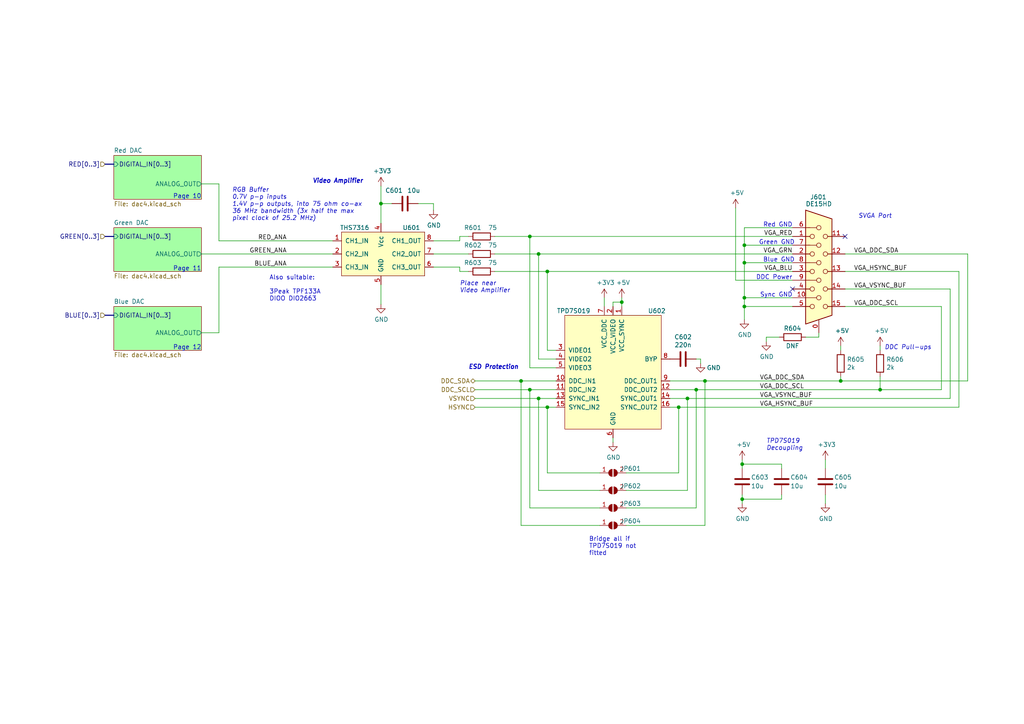
<source format=kicad_sch>
(kicad_sch (version 20211123) (generator eeschema)
  (paper "A4")
  (title_block (date "${date}") (rev "[Uncontrolled]") (company "https://neotron-compute.github.io/") (comment 1 "Licenced as CC BY-SA") (comment 2 "Copyright (c) The Neotron Developers, 2022"))
  (lib_symbols
    (symbol "Connector:DB15_Female_HighDensity_MountingHoles" (pin_names (offset 1.016) hide)
      (property "Reference" "J" (at 0 21.59 0))
      (property "Value" "DB15_Female_HighDensity_MountingHoles" (at 0 19.05 0))
      (symbol "DB15_Female_HighDensity_MountingHoles_0_1"
        (circle (center -1.905 -10.16) (radius 0.635))
        (circle (center -1.905 -5.08) (radius 0.635))
        (circle (center -1.905 0) (radius 0.635))
        (circle (center -1.905 5.08) (radius 0.635))
        (circle (center -1.905 10.16) (radius 0.635))
        (circle (center 0 -7.62) (radius 0.635))
        (circle (center 0 -2.54) (radius 0.635))
        (polyline (pts (xy -3.175 7.62) (xy -0.635 7.62)))
        (polyline (pts (xy -0.635 -7.62) (xy -3.175 -7.62)))
        (polyline (pts (xy -0.635 -2.54) (xy -3.175 -2.54)))
        (polyline (pts (xy -0.635 2.54) (xy -3.175 2.54)))
        (polyline (pts (xy -0.635 12.7) (xy -3.175 12.7)))
        (polyline (pts (xy -3.81 17.78) (xy -3.81 -15.24) (xy 3.81 -12.7) (xy 3.81 15.24) (xy -3.81 17.78)) (stroke (width 0.254)) (fill (type background)))
        (circle (center 0 2.54) (radius 0.635))
        (circle (center 0 7.62) (radius 0.635))
        (circle (center 0 12.7) (radius 0.635))
        (circle (center 1.905 -10.16) (radius 0.635))
        (circle (center 1.905 -5.08) (radius 0.635))
        (circle (center 1.905 0) (radius 0.635))
        (circle (center 1.905 5.08) (radius 0.635))
        (circle (center 1.905 10.16) (radius 0.635))
      )
      (symbol "DB15_Female_HighDensity_MountingHoles_1_1"
        (pin passive line (at 0 -17.78 90) (length 3.81) (name "~") (number "0"))
        (pin passive line (at -7.62 10.16 0) (length 5.08) (name "~") (number "1"))
        (pin passive line (at -7.62 -7.62 0) (length 5.08) (name "~") (number "10"))
        (pin passive line (at 7.62 10.16 180) (length 5.08) (name "~") (number "11"))
        (pin passive line (at 7.62 5.08 180) (length 5.08) (name "~") (number "12"))
        (pin passive line (at 7.62 0 180) (length 5.08) (name "~") (number "13"))
        (pin passive line (at 7.62 -5.08 180) (length 5.08) (name "~") (number "14"))
        (pin passive line (at 7.62 -10.16 180) (length 5.08) (name "~") (number "15"))
        (pin passive line (at -7.62 5.08 0) (length 5.08) (name "~") (number "2"))
        (pin passive line (at -7.62 0 0) (length 5.08) (name "~") (number "3"))
        (pin passive line (at -7.62 -5.08 0) (length 5.08) (name "~") (number "4"))
        (pin passive line (at -7.62 -10.16 0) (length 5.08) (name "~") (number "5"))
        (pin passive line (at -7.62 12.7 0) (length 5.08) (name "~") (number "6"))
        (pin passive line (at -7.62 7.62 0) (length 5.08) (name "~") (number "7"))
        (pin passive line (at -7.62 2.54 0) (length 5.08) (name "~") (number "8"))
        (pin passive line (at -7.62 -2.54 0) (length 5.08) (name "~") (number "9"))
      )
    )
    (symbol "Device:C" (pin_numbers hide) (pin_names (offset 0.254))
      (property "Reference" "C" (at 0.635 2.54 0))
      (property "Value" "C" (at 0.635 -2.54 0))
      (symbol "C_0_1"
        (polyline (pts (xy -2.032 -0.762) (xy 2.032 -0.762)) (stroke (width 0.508)))
        (polyline (pts (xy -2.032 0.762) (xy 2.032 0.762)) (stroke (width 0.508)))
      )
      (symbol "C_1_1"
        (pin passive line (at 0 3.81 270) (length 2.794) (name "~") (number "1"))
        (pin passive line (at 0 -3.81 90) (length 2.794) (name "~") (number "2"))
      )
    )
    (symbol "Device:R" (pin_numbers hide) (pin_names (offset 0))
      (property "Reference" "R" (at 2.032 0 90))
      (property "Value" "R" (at 0 0 90))
      (symbol "R_0_1"
        (rectangle (start -1.016 -2.54) (end 1.016 2.54) (stroke (width 0.254)))
      )
      (symbol "R_1_1"
        (pin passive line (at 0 3.81 270) (length 1.27) (name "~") (number "1"))
        (pin passive line (at 0 -3.81 90) (length 1.27) (name "~") (number "2"))
      )
    )
    (symbol "Jumper:SolderJumper_2_Open" (pin_names (offset 0) hide)
      (property "Reference" "JP" (at 0 2.032 0))
      (property "Value" "SolderJumper_2_Open" (at 0 -2.54 0))
      (symbol "SolderJumper_2_Open_0_1"
        (arc (start -0.254 1.016) (mid -1.27 0) (end -0.254 -1.016))
        (arc (start -0.254 1.016) (mid -1.27 0) (end -0.254 -1.016) (fill (type outline)))
        (polyline (pts (xy -0.254 1.016) (xy -0.254 -1.016)))
        (polyline (pts (xy 0.254 1.016) (xy 0.254 -1.016)))
        (arc (start 0.254 -1.016) (mid 1.27 0) (end 0.254 1.016))
        (arc (start 0.254 -1.016) (mid 1.27 0) (end 0.254 1.016) (fill (type outline)))
      )
      (symbol "SolderJumper_2_Open_1_1"
        (pin passive line (at -3.81 0 0) (length 2.54) (name "A") (number "1"))
        (pin passive line (at 3.81 0 180) (length 2.54) (name "B") (number "2"))
      )
    )
    (symbol "Neotron-Common-Hardware:TPD7S019" (pin_names (offset 1.016))
      (property "Reference" "U" (at 13.97 16.51 0))
      (property "Value" "TPD7S019" (at -10.16 16.51 0))
      (symbol "TPD7S019_0_0"
        (pin power_in line (at 2.54 17.78 270) (length 2.54) (name "VCC_SYNC") (number "1"))
        (pin bidirectional line (at -16.51 -3.81 0) (length 2.54) (name "DDC_IN1") (number "10"))
        (pin bidirectional line (at -16.51 -6.35 0) (length 2.54) (name "DDC_IN2") (number "11"))
        (pin bidirectional line (at 16.51 -6.35 180) (length 2.54) (name "DDC_OUT2") (number "12"))
        (pin input line (at -16.51 -8.89 0) (length 2.54) (name "SYNC_IN1") (number "13"))
        (pin output line (at 16.51 -8.89 180) (length 2.54) (name "SYNC_OUT1") (number "14"))
        (pin input line (at -16.51 -11.43 0) (length 2.54) (name "SYNC_IN2") (number "15"))
        (pin output line (at 16.51 -11.43 180) (length 2.54) (name "SYNC_OUT2") (number "16"))
        (pin power_in line (at 0 17.78 270) (length 2.54) (name "VCC_VIDEO") (number "2"))
        (pin input line (at -16.51 5.08 0) (length 2.54) (name "VIDEO1") (number "3"))
        (pin input line (at -16.51 2.54 0) (length 2.54) (name "VIDEO2") (number "4"))
        (pin input line (at -16.51 0 0) (length 2.54) (name "VIDEO3") (number "5"))
        (pin power_in line (at 0 -20.32 90) (length 2.54) (name "GND") (number "6"))
        (pin power_in line (at -2.54 17.78 270) (length 2.54) (name "VCC_DDC") (number "7"))
        (pin power_out line (at 16.51 2.54 180) (length 2.54) (name "BYP") (number "8"))
        (pin bidirectional line (at 16.51 -3.81 180) (length 2.54) (name "DDC_OUT1") (number "9"))
      )
      (symbol "TPD7S019_0_1"
        (rectangle (start -13.97 15.24) (end 13.97 -17.78) (fill (type background)))
      )
    )
    (symbol "Neotron-Common-Hardware:TPF133A" (pin_names (offset 1.016))
      (property "Reference" "U" (at 8.89 7.62 0))
      (property "Value" "TPF133A" (at -15.24 7.62 0))
      (symbol "TPF133A_0_0"
        (pin input line (at -17.78 3.81 0) (length 2.54) (name "CH1_IN") (number "1"))
        (pin input line (at -17.78 0 0) (length 2.54) (name "CH2_IN") (number "2"))
        (pin input line (at -17.78 -3.81 0) (length 2.54) (name "CH3_IN") (number "3"))
        (pin power_in line (at -3.81 8.89 270) (length 2.54) (name "Vcc") (number "4"))
        (pin power_in line (at -3.81 -8.89 90) (length 2.54) (name "GND") (number "5"))
        (pin output line (at 11.43 -3.81 180) (length 2.54) (name "CH3_OUT") (number "6"))
        (pin output line (at 11.43 0 180) (length 2.54) (name "CH2_OUT") (number "7"))
        (pin output line (at 11.43 3.81 180) (length 2.54) (name "CH1_OUT") (number "8"))
      )
      (symbol "TPF133A_0_1"
        (rectangle (start 8.89 -6.35) (end -15.24 6.35) (fill (type background)))
      )
    )
    (symbol "power:+3V3" (power) (pin_names (offset 0))
      (property "Value" "+3V3" (at 0 3.556 0))
      (symbol "+3V3_0_1"
        (polyline (pts (xy -0.762 1.27) (xy 0 2.54)))
        (polyline (pts (xy 0 0) (xy 0 2.54)))
        (polyline (pts (xy 0 2.54) (xy 0.762 1.27)))
      )
      (symbol "+3V3_1_1"
        (pin power_in line (at 0 0 90) (length 0) hide (name "+3V3") (number "1"))
      )
    )
    (symbol "power:+5V" (power) (pin_names (offset 0))
      (property "Value" "+5V" (at 0 3.556 0))
      (symbol "+5V_0_1"
        (polyline (pts (xy -0.762 1.27) (xy 0 2.54)))
        (polyline (pts (xy 0 0) (xy 0 2.54)))
        (polyline (pts (xy 0 2.54) (xy 0.762 1.27)))
      )
      (symbol "+5V_1_1"
        (pin power_in line (at 0 0 90) (length 0) hide (name "+5V") (number "1"))
      )
    )
    (symbol "power:GND" (power) (pin_names (offset 0))
      (property "Value" "GND" (at 0 -3.81 0))
      (symbol "GND_0_1"
        (polyline (pts (xy 0 0) (xy 0 -1.27) (xy 1.27 -1.27) (xy 0 -2.54) (xy -1.27 -1.27) (xy 0 -1.27)))
      )
      (symbol "GND_1_1"
        (pin power_in line (at 0 0 270) (length 0) hide (name "GND") (number "1"))
      )
    )
  )
  (junction (at 215.9 86.36))
  (junction (at 255.27 113.03))
  (junction (at 243.84 110.49))
  (junction (at 110.49 59.055))
  (junction (at 156.21 73.66))
  (junction (at 196.85 118.11))
  (junction (at 201.93 113.03))
  (junction (at 199.39 115.57))
  (junction (at 215.265 134.62))
  (junction (at 151.13 110.49))
  (junction (at 215.9 76.2))
  (junction (at 153.67 113.03))
  (junction (at 156.21 115.57))
  (junction (at 215.265 144.78))
  (junction (at 158.75 78.74))
  (junction (at 180.34 87.63))
  (junction (at 215.9 71.12))
  (junction (at 158.75 118.11))
  (junction (at 204.47 110.49))
  (junction (at 215.9 88.9))
  (junction (at 153.67 68.58))
  (no_connect (at 229.87 83.82))
  (no_connect (at 245.11 68.58))
  (wire (pts (xy 158.75 78.74) (xy 229.87 78.74)))
  (wire (pts (xy 215.265 144.78) (xy 215.265 146.05)))
  (wire (pts (xy 58.42 96.52) (xy 63.5 96.52)))
  (wire (pts (xy 245.11 73.66) (xy 280.67 73.66)))
  (wire (pts (xy 156.21 104.14) (xy 161.29 104.14)))
  (wire (pts (xy 156.21 73.66) (xy 156.21 104.14)))
  (wire (pts (xy 222.25 99.06) (xy 222.25 97.79)))
  (wire (pts (xy 229.87 86.36) (xy 215.9 86.36)))
  (bus (pts (xy 30.48 68.58) (xy 33.02 68.58)))
  (wire (pts (xy 151.13 110.49) (xy 161.29 110.49)))
  (wire (pts (xy 156.21 142.24) (xy 173.99 142.24)))
  (wire (pts (xy 237.49 96.52) (xy 237.49 97.79)))
  (wire (pts (xy 143.51 78.74) (xy 158.75 78.74)))
  (wire (pts (xy 161.29 106.68) (xy 153.67 106.68)))
  (wire (pts (xy 222.25 97.79) (xy 226.06 97.79)))
  (wire (pts (xy 181.61 142.24) (xy 199.39 142.24)))
  (wire (pts (xy 215.9 66.04) (xy 229.87 66.04)))
  (wire (pts (xy 215.265 143.51) (xy 215.265 144.78)))
  (wire (pts (xy 243.84 109.22) (xy 243.84 110.49)))
  (wire (pts (xy 151.13 110.49) (xy 151.13 152.4)))
  (wire (pts (xy 173.99 137.16) (xy 158.75 137.16)))
  (wire (pts (xy 201.93 104.14) (xy 203.2 104.14)))
  (wire (pts (xy 275.59 83.82) (xy 275.59 115.57)))
  (wire (pts (xy 180.34 88.9) (xy 180.34 87.63)))
  (wire (pts (xy 239.395 135.89) (xy 239.395 133.35)))
  (wire (pts (xy 215.9 76.2) (xy 215.9 86.36)))
  (wire (pts (xy 137.795 113.03) (xy 153.67 113.03)))
  (wire (pts (xy 125.73 59.055) (xy 125.73 60.96)))
  (bus (pts (xy 30.48 47.625) (xy 33.02 47.625)))
  (wire (pts (xy 63.5 53.34) (xy 63.5 69.85)))
  (wire (pts (xy 153.67 68.58) (xy 229.87 68.58)))
  (wire (pts (xy 273.05 88.9) (xy 245.11 88.9)))
  (wire (pts (xy 63.5 69.85) (xy 96.52 69.85)))
  (wire (pts (xy 215.9 88.9) (xy 229.87 88.9)))
  (wire (pts (xy 181.61 152.4) (xy 204.47 152.4)))
  (wire (pts (xy 204.47 110.49) (xy 194.31 110.49)))
  (wire (pts (xy 215.9 76.2) (xy 229.87 76.2)))
  (wire (pts (xy 194.31 113.03) (xy 201.93 113.03)))
  (wire (pts (xy 215.9 66.04) (xy 215.9 71.12)))
  (wire (pts (xy 133.35 68.58) (xy 135.89 68.58)))
  (wire (pts (xy 158.75 137.16) (xy 158.75 118.11)))
  (wire (pts (xy 151.13 152.4) (xy 173.99 152.4)))
  (wire (pts (xy 133.35 68.58) (xy 133.35 69.85)))
  (wire (pts (xy 137.795 110.49) (xy 151.13 110.49)))
  (wire (pts (xy 243.84 110.49) (xy 280.67 110.49)))
  (wire (pts (xy 110.49 82.55) (xy 110.49 88.265)))
  (wire (pts (xy 125.73 73.66) (xy 135.89 73.66)))
  (wire (pts (xy 194.31 118.11) (xy 196.85 118.11)))
  (wire (pts (xy 215.9 88.9) (xy 215.9 92.71)))
  (wire (pts (xy 180.34 87.63) (xy 177.8 87.63)))
  (wire (pts (xy 233.68 97.79) (xy 237.49 97.79)))
  (wire (pts (xy 196.85 118.11) (xy 278.13 118.11)))
  (wire (pts (xy 137.795 118.11) (xy 158.75 118.11)))
  (wire (pts (xy 226.695 135.89) (xy 226.695 134.62)))
  (wire (pts (xy 177.8 127) (xy 177.8 128.27)))
  (wire (pts (xy 156.21 115.57) (xy 156.21 142.24)))
  (wire (pts (xy 215.9 86.36) (xy 215.9 88.9)))
  (wire (pts (xy 243.84 100.33) (xy 243.84 101.6)))
  (wire (pts (xy 278.13 118.11) (xy 278.13 78.74)))
  (wire (pts (xy 181.61 137.16) (xy 196.85 137.16)))
  (wire (pts (xy 215.9 71.12) (xy 215.9 76.2)))
  (wire (pts (xy 199.39 115.57) (xy 275.59 115.57)))
  (wire (pts (xy 239.395 146.05) (xy 239.395 143.51)))
  (wire (pts (xy 58.42 73.66) (xy 96.52 73.66)))
  (wire (pts (xy 158.75 101.6) (xy 158.75 78.74)))
  (wire (pts (xy 226.695 134.62) (xy 215.265 134.62)))
  (wire (pts (xy 280.67 73.66) (xy 280.67 110.49)))
  (wire (pts (xy 175.26 86.36) (xy 175.26 88.9)))
  (wire (pts (xy 203.2 104.14) (xy 203.2 105.41)))
  (wire (pts (xy 125.73 69.85) (xy 133.35 69.85)))
  (wire (pts (xy 177.8 87.63) (xy 177.8 88.9)))
  (wire (pts (xy 121.285 59.055) (xy 125.73 59.055)))
  (wire (pts (xy 226.695 144.78) (xy 226.695 143.51)))
  (wire (pts (xy 278.13 78.74) (xy 245.11 78.74)))
  (wire (pts (xy 215.265 144.78) (xy 226.695 144.78)))
  (wire (pts (xy 196.85 137.16) (xy 196.85 118.11)))
  (wire (pts (xy 110.49 53.975) (xy 110.49 59.055)))
  (wire (pts (xy 158.75 118.11) (xy 161.29 118.11)))
  (wire (pts (xy 204.47 110.49) (xy 243.84 110.49)))
  (wire (pts (xy 133.35 77.47) (xy 133.35 78.74)))
  (wire (pts (xy 63.5 77.47) (xy 63.5 96.52)))
  (wire (pts (xy 180.34 87.63) (xy 180.34 86.36)))
  (wire (pts (xy 215.265 133.35) (xy 215.265 134.62)))
  (wire (pts (xy 181.61 147.32) (xy 201.93 147.32)))
  (wire (pts (xy 153.67 147.32) (xy 153.67 113.03)))
  (wire (pts (xy 125.73 77.47) (xy 133.35 77.47)))
  (wire (pts (xy 201.93 113.03) (xy 255.27 113.03)))
  (wire (pts (xy 143.51 68.58) (xy 153.67 68.58)))
  (wire (pts (xy 255.27 109.22) (xy 255.27 113.03)))
  (wire (pts (xy 135.89 78.74) (xy 133.35 78.74)))
  (wire (pts (xy 245.11 83.82) (xy 275.59 83.82)))
  (wire (pts (xy 213.36 60.325) (xy 213.36 81.28)))
  (wire (pts (xy 215.9 71.12) (xy 229.87 71.12)))
  (wire (pts (xy 156.21 73.66) (xy 229.87 73.66)))
  (wire (pts (xy 63.5 77.47) (xy 96.52 77.47)))
  (wire (pts (xy 153.67 113.03) (xy 161.29 113.03)))
  (wire (pts (xy 255.27 100.33) (xy 255.27 101.6)))
  (wire (pts (xy 58.42 53.34) (xy 63.5 53.34)))
  (wire (pts (xy 137.795 115.57) (xy 156.21 115.57)))
  (wire (pts (xy 110.49 59.055) (xy 113.665 59.055)))
  (wire (pts (xy 199.39 142.24) (xy 199.39 115.57)))
  (wire (pts (xy 215.265 134.62) (xy 215.265 135.89)))
  (bus (pts (xy 30.48 91.44) (xy 33.02 91.44)))
  (wire (pts (xy 173.99 147.32) (xy 153.67 147.32)))
  (wire (pts (xy 204.47 152.4) (xy 204.47 110.49)))
  (wire (pts (xy 199.39 115.57) (xy 194.31 115.57)))
  (wire (pts (xy 255.27 113.03) (xy 273.05 113.03)))
  (wire (pts (xy 201.93 147.32) (xy 201.93 113.03)))
  (wire (pts (xy 213.36 81.28) (xy 229.87 81.28)))
  (wire (pts (xy 161.29 101.6) (xy 158.75 101.6)))
  (wire (pts (xy 161.29 115.57) (xy 156.21 115.57)))
  (wire (pts (xy 153.67 68.58) (xy 153.67 106.68)))
  (wire (pts (xy 273.05 113.03) (xy 273.05 88.9)))
  (wire (pts (xy 143.51 73.66) (xy 156.21 73.66)))
  (wire (pts (xy 110.49 59.055) (xy 110.49 64.77)))
  (text "Place near\nVideo Amplifier" (at 133.35 85.09 0) (effects (font (size 1.27 1.27) italic) (justify left bottom)))
  (text "Green GND" (at 230.505 71.12 180) (effects (font (size 1.27 1.27)) (justify right bottom)))
  (text "Also suitable:\n\n3Peak TPF133A\nDIOO DIO2663\n\n" (at 78.105 89.535 0) (effects (font (size 1.27 1.27)) (justify left bottom)))
  (text "ESD Protection" (at 150.495 107.315 180) (effects (font (size 1.27 1.27) (thickness 0.254) bold italic) (justify right bottom)))
  (text "Red GND" (at 229.87 66.04 180) (effects (font (size 1.27 1.27)) (justify right bottom)))
  (text "Blue GND" (at 230.505 76.2 180) (effects (font (size 1.27 1.27)) (justify right bottom)))
  (text "DDC Power" (at 229.87 81.28 180) (effects (font (size 1.27 1.27)) (justify right bottom)))
  (text "Page 10" (at 58.42 57.785 180) (effects (font (size 1.27 1.27)) (justify right bottom)))
  (text "DDC Pull-ups" (at 256.54 101.6 0) (effects (font (size 1.27 1.27) italic) (justify left bottom)))
  (text "SVGA Port" (at 248.92 63.5 0) (effects (font (size 1.27 1.27) italic) (justify left bottom)))
  (text "RGB Buffer\n0.7V p-p inputs\n1.4V p-p outputs, into 75 ohm co-ax\n36 MHz bandwidth (3x half the max\npixel clock of 25.2 MHz)" (at 67.31 64.135 0) (effects (font (size 1.27 1.27) italic) (justify left bottom)))
  (text "Sync GND" (at 229.87 86.36 180) (effects (font (size 1.27 1.27)) (justify right bottom)))
  (text "Page 11" (at 58.42 78.74 180) (effects (font (size 1.27 1.27)) (justify right bottom)))
  (text "Video Amplifier" (at 105.41 53.34 180) (effects (font (size 1.27 1.27) (thickness 0.254) bold italic) (justify right bottom)))
  (text "Bridge all if\nTPD7S019 not\nfitted" (at 170.815 161.29 0) (effects (font (size 1.27 1.27)) (justify left bottom)))
  (text "TPD7S019\nDecoupling" (at 222.25 130.81 0) (effects (font (size 1.27 1.27) italic) (justify left bottom)))
  (text "Page 12" (at 58.42 101.6 180) (effects (font (size 1.27 1.27)) (justify right bottom)))
  (label "VGA_HSYNC_BUF" (at 247.65 78.74 0))
  (label "VGA_BLU" (at 229.87 78.74 180))
  (label "VGA_VSYNC_BUF" (at 220.345 115.57 0))
  (label "VGA_DDC_SDA" (at 247.65 73.66 0))
  (label "VGA_VSYNC_BUF" (at 247.65 83.82 0))
  (label "VGA_GRN" (at 229.87 73.66 180))
  (label "BLUE_ANA" (at 83.185 77.47 180))
  (label "VGA_DDC_SDA" (at 220.345 110.49 0))
  (label "VGA_HSYNC_BUF" (at 220.345 118.11 0))
  (label "GREEN_ANA" (at 83.185 73.66 180))
  (label "VGA_DDC_SCL" (at 220.345 113.03 0))
  (label "RED_ANA" (at 83.185 69.85 180))
  (label "VGA_RED" (at 229.87 68.58 180))
  (label "VGA_DDC_SCL" (at 247.65 88.9 0))
  (hierarchical_label "GREEN[0..3]" (shape input) (at 30.48 68.58 180))
  (hierarchical_label "RED[0..3]" (shape input) (at 30.48 47.625 180))
  (hierarchical_label "DDC_SCL" (shape input) (at 137.795 113.03 180))
  (hierarchical_label "BLUE[0..3]" (shape input) (at 30.48 91.44 180))
  (hierarchical_label "DDC_SDA" (shape bidirectional) (at 137.795 110.49 180))
  (hierarchical_label "HSYNC" (shape input) (at 137.795 118.11 180))
  (hierarchical_label "VSYNC" (shape input) (at 137.795 115.57 180))
  (symbol (lib_id "Neotron-Common-Hardware:TPD7S019") (at 177.8 106.68 0) (unit 1)
    (property "Reference" "U602" (at 190.5 90.17 0))
    (property "Value" "TPD7S019" (at 166.37 90.17 0))
    (property "Footprint" "Package_SO:SSOP-16_3.9x4.9mm_P0.635mm" (effects hide))
    (property "Manufacturer" "Texas Instruments" (effects hide))
    (property "MPN" "TPD7S019-15DBQR" (effects hide))
    (property "DNP" "0" (effects hide))
    (property "LCSC Part#" "C337499" (effects hide))
    (property "JLCPCB Collection" "Extended" (effects hide))
  )
  (symbol (lib_id "Neotron-Common-Hardware:TPF133A") (at 114.3 73.66 0) (unit 1)
    (property "Reference" "U601" (at 121.92 66.04 0) (effects (justify right)))
    (property "Value" "THS7316" (at 102.87 66.04 0))
    (property "Footprint" "Package_SO:SOIC-8_3.9x4.9mm_P1.27mm" (effects hide))
    (property "Datasheet" "https://www.ti.com/cn/lit/gpn/ths7316" (effects hide))
    (property "Manufacturer" "Texas Instruments" (effects hide))
    (property "DNP" "0" (effects hide))
    (property "MPN" "THS7316" (effects hide))
    (property "LCSC Part#" "C544774" (effects hide))
    (property "JLCPCB Collection" "Extended" (effects hide))
  )
  (symbol (lib_id "power:+5V") (at 243.84 100.33 0) (unit 1)
    (property "Reference" "#PWR0615" (effects hide))
    (property "Value" "+5V" (at 244.221 95.9358 0))
  )
  (symbol (lib_id "power:+5V") (at 255.27 100.33 0) (unit 1)
    (property "Reference" "#PWR0616" (effects hide))
    (property "Value" "+5V" (at 255.651 95.9358 0))
  )
  (symbol (lib_id "power:+5V") (at 180.34 86.36 0) (unit 1)
    (property "Reference" "#PWR0606" (effects hide))
    (property "Value" "+5V" (at 180.721 81.9658 0))
  )
  (symbol (lib_id "power:+3V3") (at 175.26 86.36 0) (unit 1)
    (property "Reference" "#PWR0604" (effects hide))
    (property "Value" "+3V3" (at 175.641 81.9658 0))
  )
  (symbol (lib_id "power:+5V") (at 215.265 133.35 0) (unit 1)
    (property "Reference" "#PWR0609" (effects hide))
    (property "Value" "+5V" (at 215.646 128.9558 0))
  )
  (symbol (lib_id "power:+3V3") (at 110.49 53.975 0) (unit 1)
    (property "Reference" "#PWR0601" (effects hide))
    (property "Value" "+3V3" (at 110.871 49.5808 0))
  )
  (symbol (lib_id "power:GND") (at 125.73 60.96 0) (unit 1)
    (property "Reference" "#PWR0603" (effects hide))
    (property "Value" "GND" (at 125.857 65.3542 0))
  )
  (symbol (lib_id "Device:C") (at 117.475 59.055 90) (mirror x) (unit 1)
    (property "Reference" "C601" (at 116.84 55.245 90) (effects (justify left)))
    (property "Value" "10u" (at 118.11 55.245 90) (effects (justify right)))
    (property "Footprint" "Capacitor_SMD:C_0805_2012Metric_Pad1.18x1.45mm_HandSolder" (effects hide))
    (property "DNP" "0" (effects hide))
    (property "MPN" "CL21A106KAYNNNE" (effects hide))
    (property "Manufacturer" "Samsung" (effects hide))
    (property "LCSC Part#" "C15850" (effects hide))
    (property "Tolerance" "X5R" (effects hide))
    (property "Voltage" "25V" (effects hide))
    (property "JLCPCB Collection" "Basic" (effects hide))
  )
  (symbol (lib_id "power:GND") (at 177.8 128.27 0) (unit 1)
    (property "Reference" "#PWR0605" (effects hide))
    (property "Value" "GND" (at 177.927 132.6642 0))
  )
  (symbol (lib_id "Device:R") (at 229.87 97.79 90) (unit 1)
    (property "Reference" "R604" (at 229.87 95.25 90))
    (property "Value" "DNF" (at 229.87 100.33 90))
    (property "Footprint" "Resistor_SMD:R_0805_2012Metric_Pad1.20x1.40mm_HandSolder" (effects hide))
    (property "DNP" "1" (effects hide))
  )
  (symbol (lib_id "power:GND") (at 222.25 99.06 0) (unit 1)
    (property "Reference" "#PWR0612" (effects hide))
    (property "Value" "GND" (at 222.377 103.4542 0))
  )
  (symbol (lib_id "Connector:DB15_Female_HighDensity_MountingHoles") (at 237.49 78.74 0) (unit 1)
    (property "Reference" "J601" (at 234.95 57.15 0) (effects (justify left)))
    (property "Value" "DE15HD" (at 237.49 58.42 0) (effects (justify top)))
    (property "Footprint" "Neotron-Common-Hardware:Amphenol_ICD15S13E4GV00LF" (effects hide))
    (property "DNP" "0" (effects hide))
    (property "Digikey" "609-5180-ND‎" (effects hide))
    (property "MPN" "ICD15S13E4GV00LF" (effects hide))
    (property "Manufacturer" "Amphenol" (effects hide))
    (property "Mouser" "649-ICD15S13E4GV00LF" (effects hide))
  )
  (symbol (lib_id "power:GND") (at 215.9 92.71 0) (unit 1)
    (property "Reference" "#PWR0611" (effects hide))
    (property "Value" "GND" (at 216.027 97.1042 0))
  )
  (symbol (lib_id "Device:R") (at 139.7 68.58 270) (unit 1)
    (property "Reference" "R601" (at 139.7 66.04 90) (effects (justify right)))
    (property "Value" "75" (at 142.875 66.04 90))
    (property "Footprint" "Resistor_SMD:R_0805_2012Metric_Pad1.20x1.40mm_HandSolder" (effects hide))
    (property "DNP" "0" (effects hide))
    (property "MPN" "0805W8F750JT5E" (effects hide))
    (property "Manufacturer" "Uniroyal" (effects hide))
    (property "LCSC Part#" "C20638" (effects hide))
    (property "Tolerance" "1%" (effects hide))
    (property "JLCPCB Collection" "Basic" (effects hide))
  )
  (symbol (lib_id "Device:R") (at 139.7 73.66 270) (unit 1)
    (property "Reference" "R602" (at 139.7 71.12 90) (effects (justify right)))
    (property "Value" "75" (at 142.875 71.12 90))
    (property "Footprint" "Resistor_SMD:R_0805_2012Metric_Pad1.20x1.40mm_HandSolder" (effects hide))
    (property "DNP" "0" (effects hide))
    (property "MPN" "0805W8F750JT5E" (effects hide))
    (property "Manufacturer" "Uniroyal" (effects hide))
    (property "LCSC Part#" "C20638" (effects hide))
    (property "Tolerance" "1%" (effects hide))
    (property "JLCPCB Collection" "Basic" (effects hide))
  )
  (symbol (lib_id "Device:R") (at 139.7 78.74 270) (unit 1)
    (property "Reference" "R603" (at 139.7 76.2 90) (effects (justify right)))
    (property "Value" "75" (at 142.875 76.2 90))
    (property "Footprint" "Resistor_SMD:R_0805_2012Metric_Pad1.20x1.40mm_HandSolder" (effects hide))
    (property "DNP" "0" (effects hide))
    (property "MPN" "0805W8F750JT5E" (effects hide))
    (property "Manufacturer" "Uniroyal" (effects hide))
    (property "LCSC Part#" "C20638" (effects hide))
    (property "Tolerance" "1%" (effects hide))
    (property "JLCPCB Collection" "Basic" (effects hide))
  )
  (symbol (lib_id "power:+5V") (at 213.36 60.325 0) (unit 1)
    (property "Reference" "#PWR0608" (effects hide))
    (property "Value" "+5V" (at 213.741 55.9308 0))
  )
  (symbol (lib_id "power:GND") (at 110.49 88.265 0) (unit 1)
    (property "Reference" "#PWR0602" (effects hide))
    (property "Value" "GND" (at 110.617 92.6592 0))
  )
  (symbol (lib_id "Device:R") (at 243.84 105.41 0) (unit 1)
    (property "Reference" "R605" (at 245.618 104.2416 0) (effects (justify left)))
    (property "Value" "2k" (at 245.618 106.553 0) (effects (justify left)))
    (property "Footprint" "Resistor_SMD:R_0805_2012Metric_Pad1.20x1.40mm_HandSolder" (effects hide))
    (property "DNP" "0" (effects hide))
    (property "MPN" "0805W8F2001T5E" (effects hide))
    (property "Manufacturer" "Uniroyal" (effects hide))
    (property "LCSC Part#" "C17604" (effects hide))
    (property "Tolerance" "1%" (effects hide))
    (property "JLCPCB Collection" "Basic" (effects hide))
  )
  (symbol (lib_id "Device:R") (at 255.27 105.41 0) (unit 1)
    (property "Reference" "R606" (at 257.048 104.2416 0) (effects (justify left)))
    (property "Value" "2k" (at 257.048 106.553 0) (effects (justify left)))
    (property "Footprint" "Resistor_SMD:R_0805_2012Metric_Pad1.20x1.40mm_HandSolder" (effects hide))
    (property "DNP" "0" (effects hide))
    (property "MPN" "0805W8F2001T5E" (effects hide))
    (property "Manufacturer" "Uniroyal" (effects hide))
    (property "LCSC Part#" "C17604" (effects hide))
    (property "Tolerance" "1%" (effects hide))
    (property "JLCPCB Collection" "Basic" (effects hide))
  )
  (symbol (lib_id "power:+3V3") (at 239.395 133.35 0) (unit 1)
    (property "Reference" "#PWR0613" (effects hide))
    (property "Value" "+3V3" (at 239.776 128.9558 0))
  )
  (symbol (lib_id "Device:C") (at 198.12 104.14 270) (unit 1)
    (property "Reference" "C602" (at 198.12 97.7392 90))
    (property "Value" "220n" (at 198.12 100.0506 90))
    (property "Footprint" "Capacitor_SMD:C_0805_2012Metric_Pad1.18x1.45mm_HandSolder" (effects hide))
    (property "DNP" "0" (effects hide))
    (property "MPN" "CL21B224KBFNNNE" (effects hide))
    (property "Manufacturer" "Samsung" (effects hide))
    (property "LCSC Part#" "C5378" (effects hide))
    (property "Tolerance" "X7R" (effects hide))
    (property "Voltage" "50V" (effects hide))
    (property "JLCPCB Collection" "Basic" (effects hide))
  )
  (symbol (lib_id "power:GND") (at 203.2 105.41 0) (unit 1)
    (property "Reference" "#PWR0607" (effects hide))
    (property "Value" "GND" (at 207.01 106.68 0))
  )
  (symbol (lib_id "power:GND") (at 215.265 146.05 0) (unit 1)
    (property "Reference" "#PWR0610" (effects hide))
    (property "Value" "GND" (at 215.392 150.4442 0))
  )
  (symbol (lib_id "power:GND") (at 239.395 146.05 0) (unit 1)
    (property "Reference" "#PWR0614" (effects hide))
    (property "Value" "GND" (at 239.522 150.4442 0))
  )
  (symbol (lib_id "Device:C") (at 215.265 139.7 0) (mirror x) (unit 1)
    (property "Reference" "C603" (at 217.805 138.43 0) (effects (justify left)))
    (property "Value" "10u" (at 217.805 140.97 0) (effects (justify left)))
    (property "Footprint" "Capacitor_SMD:C_0805_2012Metric_Pad1.18x1.45mm_HandSolder" (effects hide))
    (property "DNP" "0" (effects hide))
    (property "MPN" "CL21A106KAYNNNE" (effects hide))
    (property "Manufacturer" "Samsung" (effects hide))
    (property "LCSC Part#" "C15850" (effects hide))
    (property "Tolerance" "X5R" (effects hide))
    (property "Voltage" "25V" (effects hide))
    (property "JLCPCB Collection" "Basic" (effects hide))
  )
  (symbol (lib_id "Jumper:SolderJumper_2_Open") (at 177.8 142.24 0) (unit 1)
    (property "Reference" "JP602" (at 182.88 140.97 0))
    (property "Value" "Bridge" (effects hide))
    (property "Footprint" "Jumper:SolderJumper-2_P1.3mm_Open_RoundedPad1.0x1.5mm" (effects hide))
    (property "DNP" "1" (effects hide))
  )
  (symbol (lib_id "Device:C") (at 239.395 139.7 0) (mirror x) (unit 1)
    (property "Reference" "C605" (at 241.935 138.43 0) (effects (justify left)))
    (property "Value" "10u" (at 241.935 140.97 0) (effects (justify left)))
    (property "Footprint" "Capacitor_SMD:C_0805_2012Metric_Pad1.18x1.45mm_HandSolder" (effects hide))
    (property "DNP" "0" (effects hide))
    (property "MPN" "CL21A106KAYNNNE" (effects hide))
    (property "Manufacturer" "Samsung" (effects hide))
    (property "LCSC Part#" "C15850" (effects hide))
    (property "Tolerance" "X5R" (effects hide))
    (property "Voltage" "25V" (effects hide))
    (property "JLCPCB Collection" "Basic" (effects hide))
  )
  (symbol (lib_id "Jumper:SolderJumper_2_Open") (at 177.8 152.4 0) (unit 1)
    (property "Reference" "JP604" (at 182.88 151.13 0))
    (property "Value" "Bridge" (effects hide))
    (property "Footprint" "Jumper:SolderJumper-2_P1.3mm_Open_RoundedPad1.0x1.5mm" (effects hide))
    (property "DNP" "1" (effects hide))
  )
  (symbol (lib_id "Jumper:SolderJumper_2_Open") (at 177.8 147.32 0) (unit 1)
    (property "Reference" "JP603" (at 182.88 146.05 0))
    (property "Value" "Bridge" (effects hide))
    (property "Footprint" "Jumper:SolderJumper-2_P1.3mm_Open_RoundedPad1.0x1.5mm" (effects hide))
    (property "DNP" "1" (effects hide))
  )
  (symbol (lib_id "Device:C") (at 226.695 139.7 0) (mirror x) (unit 1)
    (property "Reference" "C604" (at 229.235 138.43 0) (effects (justify left)))
    (property "Value" "10u" (at 229.235 140.97 0) (effects (justify left)))
    (property "Footprint" "Capacitor_SMD:C_0805_2012Metric_Pad1.18x1.45mm_HandSolder" (effects hide))
    (property "DNP" "0" (effects hide))
    (property "MPN" "CL21A106KAYNNNE" (effects hide))
    (property "Manufacturer" "Samsung" (effects hide))
    (property "LCSC Part#" "C15850" (effects hide))
    (property "Tolerance" "X5R" (effects hide))
    (property "Voltage" "25V" (effects hide))
    (property "JLCPCB Collection" "Basic" (effects hide))
  )
  (symbol (lib_id "Jumper:SolderJumper_2_Open") (at 177.8 137.16 0) (unit 1)
    (property "Reference" "JP601" (at 182.88 135.89 0))
    (property "Value" "Bridge" (effects hide))
    (property "Footprint" "Jumper:SolderJumper-2_P1.3mm_Open_RoundedPad1.0x1.5mm" (effects hide))
    (property "DNP" "1" (effects hide))
  )
  (sheet (at 33.02 45.085) (size 25.4 12.7) (fill (color 165 255 165 1.0000))
    (property "Sheet name" "Red DAC" (at 33.02 44.3734 0) (effects (justify left bottom)))
    (property "Sheet file" "dac4.kicad_sch" (at 33.02 58.42 0) (effects (justify left top)))
    (pin "ANALOG_OUT" output (at 58.42 53.34 0))
    (pin "DIGITAL_IN[0..3]" input (at 33.02 47.625 180))
  )
  (sheet (at 33.02 88.9) (size 25.4 12.7) (fill (color 165 255 165 1.0000))
    (property "Sheet name" "Blue DAC" (at 33.02 88.1884 0) (effects (justify left bottom)))
    (property "Sheet file" "dac4.kicad_sch" (at 33.02 102.1846 0) (effects (justify left top)))
    (pin "ANALOG_OUT" output (at 58.42 96.52 0))
    (pin "DIGITAL_IN[0..3]" input (at 33.02 91.44 180))
  )
  (sheet (at 33.02 66.04) (size 25.4 12.7) (fill (color 165 255 165 1.0000))
    (property "Sheet name" "Green DAC" (at 33.02 65.3284 0) (effects (justify left bottom)))
    (property "Sheet file" "dac4.kicad_sch" (at 33.02 79.3246 0) (effects (justify left top)))
    (pin "ANALOG_OUT" output (at 58.42 73.66 0))
    (pin "DIGITAL_IN[0..3]" input (at 33.02 68.58 180))
  )
)
</source>
